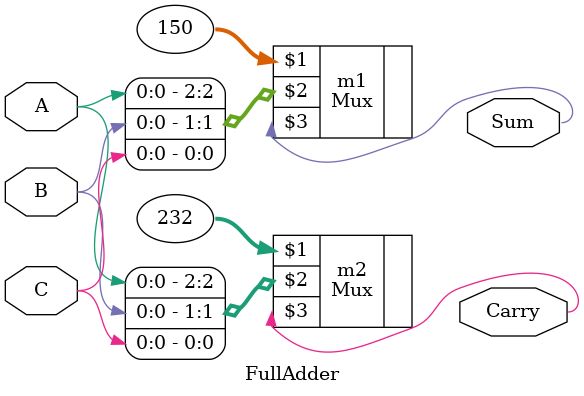
<source format=v>
`timescale 1ns / 1ps
module FullAdder(
    input A,
    input B,
    input C,
    output Sum,
    output Carry
    );

Mux m1 (150, {A,B,C}, Sum);   // 150 = 128+16+4+2 = 2^7 + 2^4 + 2^2 + 2^1 => m1+m2+m4+m7
Mux m2 (232, {A,B,C}, Carry); // 232 = 128+54+32+8 = 2^7 + 2^6 + 2^5 + 2^3 => m3+m5+m6+m7

endmodule

</source>
